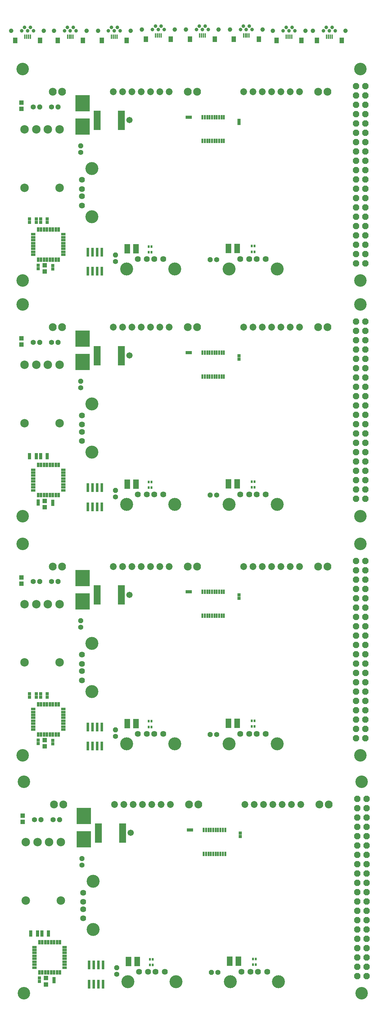
<source format=gts>
G75*
G70*
%OFA0B0*%
%FSLAX24Y24*%
%IPPOS*%
%LPD*%
G04 *
G04 macro definitions for tiled file 'solderStiched.GTS':*
G04 *
%AMOC8*
5,1,8,0,0,1.08239X$1,22.5*
%
G04 *
G04 aperture list for tiled file 'solderStiched.GTS':*
G04 *
%ADD34C,0.0671*%
%ADD33R,0.0780X0.2080*%
%ADD15C,0.0907*%
%ADD26R,0.0316X0.0946*%
%ADD20C,0.0840*%
%ADD28R,0.0631X0.1025*%
%ADD25R,0.0474X0.0257*%
%ADD14C,0.1340*%
%ADD13C,0.0476*%
%ADD16OC8,0.0560*%
%ADD31R,0.1580X0.1749*%
%ADD27R,0.0474X0.0513*%
%ADD29R,0.0336X0.0336*%
%ADD24R,0.0257X0.0474*%
%ADD18R,0.0513X0.0474*%
%ADD21C,0.0640*%
%ADD11R,0.0474X0.0608*%
%ADD30OC8,0.0680*%
%ADD19C,0.0730*%
%ADD22C,0.1390*%
%ADD23R,0.0237X0.0257*%
%ADD32R,0.0198X0.0474*%
%ADD12C,0.0390*%
%ADD10R,0.0178X0.0474*%
%ADD17C,0.0560*%
G04 *
G04 next data from source file './FFC-Adapteranothercopy/top_soldermask.GTS', *
G04 source file key is 'infile_0003'. *
G04 *
D10*
X011515Y120487D03*
X011712Y120487D03*
X011909Y120487D03*
X012105Y120487D03*
D11*
X010475Y120073D03*
X013145Y120073D03*
D12*
X012440Y121117D03*
X012125Y121471D03*
X011810Y121117D03*
X011495Y121471D03*
X011180Y121117D03*
D13*
X010058Y121097D03*
X013562Y121097D03*
G04 *
G04 next data from source file './FFC-Adapter5thcopy/top_soldermask.GTS', *
G04 source file key is 'infile_0010'. *
G04 *
D10*
X020965Y120622D03*
X021162Y120622D03*
X021359Y120622D03*
X021555Y120622D03*
D11*
X019925Y120208D03*
X022595Y120208D03*
D12*
X021890Y121252D03*
X021575Y121606D03*
X021260Y121252D03*
X020945Y121606D03*
X020630Y121252D03*
D13*
X019508Y121232D03*
X023012Y121232D03*
G04 *
G04 next data from source file './BDM/top_soldermask.GTS', *
G04 source file key is 'infile_0008'. *
G04 *
D14*
X001969Y043443D03*
X001969Y066120D03*
X038229Y066120D03*
X038229Y043443D03*
D15*
X005932Y053398D03*
X002182Y053398D03*
X002182Y059648D03*
X003432Y059648D03*
X004682Y059648D03*
X005932Y059648D03*
D16*
X008190Y057887D03*
X005784Y062065D03*
X003815Y062065D03*
X011942Y046183D03*
X022092Y045691D03*
D17*
X022792Y045691D03*
X011942Y045483D03*
X008190Y057187D03*
X005084Y062065D03*
X003115Y062065D03*
D18*
X001839Y061833D03*
X001839Y062502D03*
D19*
X011709Y063683D03*
X012709Y063683D03*
X013709Y063683D03*
X014709Y063683D03*
X015709Y063683D03*
X016709Y063683D03*
X017709Y063683D03*
X025709Y063683D03*
X026709Y063683D03*
X027709Y063683D03*
X028709Y063683D03*
X029709Y063683D03*
X030709Y063683D03*
X031709Y063683D03*
D20*
X033709Y063683D03*
X034709Y063683D03*
X020709Y063683D03*
X019709Y063683D03*
X006209Y063683D03*
X005209Y063683D03*
D21*
X008321Y054239D03*
X008321Y053259D03*
X008321Y052469D03*
X008321Y051489D03*
X014334Y045753D03*
X015314Y045753D03*
X016104Y045753D03*
X017084Y045753D03*
X025334Y045753D03*
X026314Y045753D03*
X027104Y045753D03*
X028084Y045753D03*
D22*
X029294Y044683D03*
X024124Y044683D03*
X018294Y044683D03*
X013124Y044683D03*
X009391Y050279D03*
X009391Y055449D03*
D23*
X015501Y047095D03*
X015816Y047095D03*
X015816Y046484D03*
X015501Y046484D03*
X026564Y046528D03*
X026879Y046528D03*
X026879Y047138D03*
X026564Y047138D03*
D24*
X005839Y045691D03*
X005524Y045691D03*
X005209Y045691D03*
X004895Y045691D03*
X004580Y045691D03*
X004265Y045691D03*
X003950Y045691D03*
X003635Y045691D03*
X003635Y048919D03*
X003950Y048919D03*
X004265Y048919D03*
X004580Y048919D03*
X004895Y048919D03*
X005209Y048919D03*
X005524Y048919D03*
X005839Y048919D03*
D25*
X006332Y048408D03*
X006332Y048093D03*
X006332Y047778D03*
X006332Y047463D03*
X006332Y047148D03*
X006332Y046833D03*
X006332Y046518D03*
X006332Y046203D03*
X003103Y046203D03*
X003103Y046518D03*
X003103Y046833D03*
X003103Y047148D03*
X003103Y047463D03*
X003103Y047778D03*
X003103Y048093D03*
X003103Y048408D03*
D26*
X008959Y046482D03*
X009459Y046482D03*
X009959Y046482D03*
X010459Y046482D03*
X010459Y044435D03*
X009959Y044435D03*
X009459Y044435D03*
X008959Y044435D03*
D27*
X004332Y044408D03*
X004332Y045077D03*
D28*
X013206Y046845D03*
X014150Y046845D03*
X024060Y046884D03*
X025005Y046884D03*
D29*
X025198Y060274D03*
X025198Y060628D03*
X019981Y060963D03*
X019627Y060963D03*
X004607Y050037D03*
X004607Y049683D03*
X003898Y049683D03*
X003898Y050037D03*
X003426Y050037D03*
X003426Y049683D03*
X002717Y049683D03*
X002717Y050037D03*
X003623Y045077D03*
X003623Y044723D03*
X005198Y044683D03*
X005198Y045037D03*
D30*
X037769Y045282D03*
X038769Y045282D03*
X038769Y046282D03*
X038769Y047282D03*
X037769Y047282D03*
X037769Y046282D03*
X037769Y048282D03*
X038769Y048282D03*
X038769Y049282D03*
X038769Y050282D03*
X037769Y050282D03*
X037769Y049282D03*
X037769Y051282D03*
X038769Y051282D03*
X038769Y052282D03*
X037769Y052282D03*
X037769Y053282D03*
X038769Y053282D03*
X038769Y054282D03*
X037769Y054282D03*
X037769Y055282D03*
X038769Y055282D03*
X038769Y056282D03*
X037769Y056282D03*
X037769Y057282D03*
X038769Y057282D03*
X038769Y058282D03*
X037769Y058282D03*
X037769Y059282D03*
X038769Y059282D03*
X038769Y060282D03*
X037769Y060282D03*
X037769Y061282D03*
X038769Y061282D03*
X038769Y062282D03*
X038769Y063282D03*
X037769Y063282D03*
X037769Y062282D03*
X037769Y064282D03*
X038769Y064282D03*
D31*
X008387Y062459D03*
X008387Y059947D03*
D32*
X021280Y060963D03*
X021536Y060963D03*
X021792Y060963D03*
X022048Y060963D03*
X022304Y060963D03*
X022560Y060963D03*
X022816Y060963D03*
X023072Y060963D03*
X023328Y060963D03*
X023584Y060963D03*
X023584Y058404D03*
X023328Y058404D03*
X023072Y058404D03*
X022816Y058404D03*
X022560Y058404D03*
X022304Y058404D03*
X022048Y058404D03*
X021792Y058404D03*
X021536Y058404D03*
X021280Y058404D03*
D33*
X012556Y060632D03*
X009956Y060632D03*
D34*
X013426Y060648D03*
G04 *
G04 next data from source file './BDMcopy/top_soldermask.GTS', *
G04 source file key is 'infile_0007'. *
G04 *
D14*
X001969Y069093D03*
X001969Y091770D03*
X038229Y091770D03*
X038229Y069093D03*
D15*
X005932Y079048D03*
X002182Y079048D03*
X002182Y085298D03*
X003432Y085298D03*
X004682Y085298D03*
X005932Y085298D03*
D16*
X008190Y083537D03*
X005784Y087715D03*
X003815Y087715D03*
X011942Y071833D03*
X022092Y071341D03*
D17*
X022792Y071341D03*
X011942Y071133D03*
X008190Y082837D03*
X005084Y087715D03*
X003115Y087715D03*
D18*
X001839Y087483D03*
X001839Y088152D03*
D19*
X011709Y089333D03*
X012709Y089333D03*
X013709Y089333D03*
X014709Y089333D03*
X015709Y089333D03*
X016709Y089333D03*
X017709Y089333D03*
X025709Y089333D03*
X026709Y089333D03*
X027709Y089333D03*
X028709Y089333D03*
X029709Y089333D03*
X030709Y089333D03*
X031709Y089333D03*
D20*
X033709Y089333D03*
X034709Y089333D03*
X020709Y089333D03*
X019709Y089333D03*
X006209Y089333D03*
X005209Y089333D03*
D21*
X008321Y079889D03*
X008321Y078909D03*
X008321Y078119D03*
X008321Y077139D03*
X014334Y071403D03*
X015314Y071403D03*
X016104Y071403D03*
X017084Y071403D03*
X025334Y071403D03*
X026314Y071403D03*
X027104Y071403D03*
X028084Y071403D03*
D22*
X029294Y070333D03*
X024124Y070333D03*
X018294Y070333D03*
X013124Y070333D03*
X009391Y075929D03*
X009391Y081099D03*
D23*
X015501Y072745D03*
X015816Y072745D03*
X015816Y072134D03*
X015501Y072134D03*
X026564Y072178D03*
X026879Y072178D03*
X026879Y072788D03*
X026564Y072788D03*
D24*
X005839Y071341D03*
X005524Y071341D03*
X005209Y071341D03*
X004895Y071341D03*
X004580Y071341D03*
X004265Y071341D03*
X003950Y071341D03*
X003635Y071341D03*
X003635Y074569D03*
X003950Y074569D03*
X004265Y074569D03*
X004580Y074569D03*
X004895Y074569D03*
X005209Y074569D03*
X005524Y074569D03*
X005839Y074569D03*
D25*
X006332Y074058D03*
X006332Y073743D03*
X006332Y073428D03*
X006332Y073113D03*
X006332Y072798D03*
X006332Y072483D03*
X006332Y072168D03*
X006332Y071853D03*
X003103Y071853D03*
X003103Y072168D03*
X003103Y072483D03*
X003103Y072798D03*
X003103Y073113D03*
X003103Y073428D03*
X003103Y073743D03*
X003103Y074058D03*
D26*
X008959Y072132D03*
X009459Y072132D03*
X009959Y072132D03*
X010459Y072132D03*
X010459Y070085D03*
X009959Y070085D03*
X009459Y070085D03*
X008959Y070085D03*
D27*
X004332Y070058D03*
X004332Y070727D03*
D28*
X013206Y072495D03*
X014150Y072495D03*
X024060Y072534D03*
X025005Y072534D03*
D29*
X025198Y085924D03*
X025198Y086278D03*
X019981Y086613D03*
X019627Y086613D03*
X004607Y075687D03*
X004607Y075333D03*
X003898Y075333D03*
X003898Y075687D03*
X003426Y075687D03*
X003426Y075333D03*
X002717Y075333D03*
X002717Y075687D03*
X003623Y070727D03*
X003623Y070373D03*
X005198Y070333D03*
X005198Y070687D03*
D30*
X037769Y070932D03*
X038769Y070932D03*
X038769Y071932D03*
X038769Y072932D03*
X037769Y072932D03*
X037769Y071932D03*
X037769Y073932D03*
X038769Y073932D03*
X038769Y074932D03*
X038769Y075932D03*
X037769Y075932D03*
X037769Y074932D03*
X037769Y076932D03*
X038769Y076932D03*
X038769Y077932D03*
X037769Y077932D03*
X037769Y078932D03*
X038769Y078932D03*
X038769Y079932D03*
X037769Y079932D03*
X037769Y080932D03*
X038769Y080932D03*
X038769Y081932D03*
X037769Y081932D03*
X037769Y082932D03*
X038769Y082932D03*
X038769Y083932D03*
X037769Y083932D03*
X037769Y084932D03*
X038769Y084932D03*
X038769Y085932D03*
X037769Y085932D03*
X037769Y086932D03*
X038769Y086932D03*
X038769Y087932D03*
X038769Y088932D03*
X037769Y088932D03*
X037769Y087932D03*
X037769Y089932D03*
X038769Y089932D03*
D31*
X008387Y088109D03*
X008387Y085597D03*
D32*
X021280Y086613D03*
X021536Y086613D03*
X021792Y086613D03*
X022048Y086613D03*
X022304Y086613D03*
X022560Y086613D03*
X022816Y086613D03*
X023072Y086613D03*
X023328Y086613D03*
X023584Y086613D03*
X023584Y084054D03*
X023328Y084054D03*
X023072Y084054D03*
X022816Y084054D03*
X022560Y084054D03*
X022304Y084054D03*
X022048Y084054D03*
X021792Y084054D03*
X021536Y084054D03*
X021280Y084054D03*
D33*
X012556Y086282D03*
X009956Y086282D03*
D34*
X013426Y086298D03*
G04 *
G04 next data from source file './FFC-Adapter4thcopy/top_soldermask.GTS', *
G04 source file key is 'infile_0004'. *
G04 *
D10*
X034600Y120487D03*
X034797Y120487D03*
X034994Y120487D03*
X035190Y120487D03*
D11*
X033560Y120073D03*
X036230Y120073D03*
D12*
X035525Y121117D03*
X035210Y121471D03*
X034895Y121117D03*
X034580Y121471D03*
X034265Y121117D03*
D13*
X033143Y121097D03*
X036647Y121097D03*
G04 *
G04 next data from source file './FFC-Adaptercopy/top_soldermask.GTS', *
G04 source file key is 'infile_0012'. *
G04 *
D10*
X016240Y120622D03*
X016437Y120622D03*
X016634Y120622D03*
X016830Y120622D03*
D11*
X015200Y120208D03*
X017870Y120208D03*
D12*
X017165Y121252D03*
X016850Y121606D03*
X016535Y121252D03*
X016220Y121606D03*
X015905Y121252D03*
D13*
X014783Y121232D03*
X018287Y121232D03*
G04 *
G04 next data from source file './FFC-Adapter/top_soldermask.GTS', *
G04 source file key is 'infile_0002'. *
G04 *
D10*
X002200Y120487D03*
X002397Y120487D03*
X002594Y120487D03*
X002790Y120487D03*
D11*
X001160Y120073D03*
X003830Y120073D03*
D12*
X003125Y121117D03*
X002810Y121471D03*
X002495Y121117D03*
X002180Y121471D03*
X001865Y121117D03*
D13*
X000743Y121097D03*
X004247Y121097D03*
G04 *
G04 next data from source file './FFC-Adapter7thcopy/top_soldermask.GTS', *
G04 source file key is 'infile_0005'. *
G04 *
D10*
X030280Y120487D03*
X030477Y120487D03*
X030674Y120487D03*
X030870Y120487D03*
D11*
X029240Y120073D03*
X031910Y120073D03*
D12*
X031205Y121117D03*
X030890Y121471D03*
X030575Y121117D03*
X030260Y121471D03*
X029945Y121117D03*
D13*
X028823Y121097D03*
X032327Y121097D03*
G04 *
G04 next data from source file './BDManothercopy/top_soldermask.GTS', *
G04 source file key is 'infile_0011'. *
G04 *
D14*
X002104Y017928D03*
X002104Y040605D03*
X038364Y040605D03*
X038364Y017928D03*
D15*
X006067Y027883D03*
X002317Y027883D03*
X002317Y034133D03*
X003567Y034133D03*
X004817Y034133D03*
X006067Y034133D03*
D16*
X008325Y032372D03*
X005919Y036550D03*
X003950Y036550D03*
X012077Y020668D03*
X022227Y020176D03*
D17*
X022927Y020176D03*
X012077Y019968D03*
X008325Y031672D03*
X005219Y036550D03*
X003250Y036550D03*
D18*
X001974Y036318D03*
X001974Y036987D03*
D19*
X011844Y038168D03*
X012844Y038168D03*
X013844Y038168D03*
X014844Y038168D03*
X015844Y038168D03*
X016844Y038168D03*
X017844Y038168D03*
X025844Y038168D03*
X026844Y038168D03*
X027844Y038168D03*
X028844Y038168D03*
X029844Y038168D03*
X030844Y038168D03*
X031844Y038168D03*
D20*
X033844Y038168D03*
X034844Y038168D03*
X020844Y038168D03*
X019844Y038168D03*
X006344Y038168D03*
X005344Y038168D03*
D21*
X008456Y028724D03*
X008456Y027744D03*
X008456Y026954D03*
X008456Y025974D03*
X014469Y020238D03*
X015449Y020238D03*
X016239Y020238D03*
X017219Y020238D03*
X025469Y020238D03*
X026449Y020238D03*
X027239Y020238D03*
X028219Y020238D03*
D22*
X029429Y019168D03*
X024259Y019168D03*
X018429Y019168D03*
X013259Y019168D03*
X009526Y024764D03*
X009526Y029934D03*
D23*
X015636Y021580D03*
X015951Y021580D03*
X015951Y020969D03*
X015636Y020969D03*
X026699Y021013D03*
X027014Y021013D03*
X027014Y021623D03*
X026699Y021623D03*
D24*
X005974Y020176D03*
X005659Y020176D03*
X005344Y020176D03*
X005030Y020176D03*
X004715Y020176D03*
X004400Y020176D03*
X004085Y020176D03*
X003770Y020176D03*
X003770Y023404D03*
X004085Y023404D03*
X004400Y023404D03*
X004715Y023404D03*
X005030Y023404D03*
X005344Y023404D03*
X005659Y023404D03*
X005974Y023404D03*
D25*
X006467Y022893D03*
X006467Y022578D03*
X006467Y022263D03*
X006467Y021948D03*
X006467Y021633D03*
X006467Y021318D03*
X006467Y021003D03*
X006467Y020688D03*
X003238Y020688D03*
X003238Y021003D03*
X003238Y021318D03*
X003238Y021633D03*
X003238Y021948D03*
X003238Y022263D03*
X003238Y022578D03*
X003238Y022893D03*
D26*
X009094Y020967D03*
X009594Y020967D03*
X010094Y020967D03*
X010594Y020967D03*
X010594Y018920D03*
X010094Y018920D03*
X009594Y018920D03*
X009094Y018920D03*
D27*
X004467Y018893D03*
X004467Y019562D03*
D28*
X013341Y021330D03*
X014285Y021330D03*
X024195Y021369D03*
X025140Y021369D03*
D29*
X025333Y034759D03*
X025333Y035113D03*
X020116Y035448D03*
X019762Y035448D03*
X004742Y024522D03*
X004742Y024168D03*
X004033Y024168D03*
X004033Y024522D03*
X003561Y024522D03*
X003561Y024168D03*
X002852Y024168D03*
X002852Y024522D03*
X003758Y019562D03*
X003758Y019208D03*
X005333Y019168D03*
X005333Y019522D03*
D30*
X037904Y019767D03*
X038904Y019767D03*
X038904Y020767D03*
X038904Y021767D03*
X037904Y021767D03*
X037904Y020767D03*
X037904Y022767D03*
X038904Y022767D03*
X038904Y023767D03*
X038904Y024767D03*
X037904Y024767D03*
X037904Y023767D03*
X037904Y025767D03*
X038904Y025767D03*
X038904Y026767D03*
X037904Y026767D03*
X037904Y027767D03*
X038904Y027767D03*
X038904Y028767D03*
X037904Y028767D03*
X037904Y029767D03*
X038904Y029767D03*
X038904Y030767D03*
X037904Y030767D03*
X037904Y031767D03*
X038904Y031767D03*
X038904Y032767D03*
X037904Y032767D03*
X037904Y033767D03*
X038904Y033767D03*
X038904Y034767D03*
X037904Y034767D03*
X037904Y035767D03*
X038904Y035767D03*
X038904Y036767D03*
X038904Y037767D03*
X037904Y037767D03*
X037904Y036767D03*
X037904Y038767D03*
X038904Y038767D03*
D31*
X008522Y036944D03*
X008522Y034432D03*
D32*
X021415Y035448D03*
X021671Y035448D03*
X021927Y035448D03*
X022183Y035448D03*
X022439Y035448D03*
X022695Y035448D03*
X022951Y035448D03*
X023207Y035448D03*
X023463Y035448D03*
X023719Y035448D03*
X023719Y032889D03*
X023463Y032889D03*
X023207Y032889D03*
X022951Y032889D03*
X022695Y032889D03*
X022439Y032889D03*
X022183Y032889D03*
X021927Y032889D03*
X021671Y032889D03*
X021415Y032889D03*
D33*
X012691Y035117D03*
X010091Y035117D03*
D34*
X013561Y035133D03*
G04 *
G04 next data from source file './FFC-Adapter3rdcopy/top_soldermask.GTS', *
G04 source file key is 'infile_0009'. *
G04 *
D10*
X025690Y120622D03*
X025887Y120622D03*
X026084Y120622D03*
X026280Y120622D03*
D11*
X024650Y120208D03*
X027320Y120208D03*
D12*
X026615Y121252D03*
X026300Y121606D03*
X025985Y121252D03*
X025670Y121606D03*
X025355Y121252D03*
D13*
X024233Y121232D03*
X027737Y121232D03*
G04 *
G04 next data from source file './FFC-Adapter6thcopy/top_soldermask.GTS', *
G04 source file key is 'infile_0006'. *
G04 *
D10*
X006790Y120487D03*
X006987Y120487D03*
X007184Y120487D03*
X007380Y120487D03*
D11*
X005750Y120073D03*
X008420Y120073D03*
D12*
X007715Y121117D03*
X007400Y121471D03*
X007085Y121117D03*
X006770Y121471D03*
X006455Y121117D03*
D13*
X005333Y121097D03*
X008837Y121097D03*
G04 *
G04 next data from source file './BDM3rdcopy/top_soldermask.GTS', *
G04 source file key is 'infile_0001'. *
G04 *
D14*
X001969Y094338D03*
X001969Y117015D03*
X038229Y117015D03*
X038229Y094338D03*
D15*
X005932Y104293D03*
X002182Y104293D03*
X002182Y110543D03*
X003432Y110543D03*
X004682Y110543D03*
X005932Y110543D03*
D16*
X008190Y108782D03*
X005784Y112960D03*
X003815Y112960D03*
X011942Y097078D03*
X022092Y096586D03*
D17*
X022792Y096586D03*
X011942Y096378D03*
X008190Y108082D03*
X005084Y112960D03*
X003115Y112960D03*
D18*
X001839Y112728D03*
X001839Y113397D03*
D19*
X011709Y114578D03*
X012709Y114578D03*
X013709Y114578D03*
X014709Y114578D03*
X015709Y114578D03*
X016709Y114578D03*
X017709Y114578D03*
X025709Y114578D03*
X026709Y114578D03*
X027709Y114578D03*
X028709Y114578D03*
X029709Y114578D03*
X030709Y114578D03*
X031709Y114578D03*
D20*
X033709Y114578D03*
X034709Y114578D03*
X020709Y114578D03*
X019709Y114578D03*
X006209Y114578D03*
X005209Y114578D03*
D21*
X008321Y105134D03*
X008321Y104154D03*
X008321Y103364D03*
X008321Y102384D03*
X014334Y096648D03*
X015314Y096648D03*
X016104Y096648D03*
X017084Y096648D03*
X025334Y096648D03*
X026314Y096648D03*
X027104Y096648D03*
X028084Y096648D03*
D22*
X029294Y095578D03*
X024124Y095578D03*
X018294Y095578D03*
X013124Y095578D03*
X009391Y101174D03*
X009391Y106344D03*
D23*
X015501Y097990D03*
X015816Y097990D03*
X015816Y097379D03*
X015501Y097379D03*
X026564Y097423D03*
X026879Y097423D03*
X026879Y098033D03*
X026564Y098033D03*
D24*
X005839Y096586D03*
X005524Y096586D03*
X005209Y096586D03*
X004895Y096586D03*
X004580Y096586D03*
X004265Y096586D03*
X003950Y096586D03*
X003635Y096586D03*
X003635Y099814D03*
X003950Y099814D03*
X004265Y099814D03*
X004580Y099814D03*
X004895Y099814D03*
X005209Y099814D03*
X005524Y099814D03*
X005839Y099814D03*
D25*
X006332Y099303D03*
X006332Y098988D03*
X006332Y098673D03*
X006332Y098358D03*
X006332Y098043D03*
X006332Y097728D03*
X006332Y097413D03*
X006332Y097098D03*
X003103Y097098D03*
X003103Y097413D03*
X003103Y097728D03*
X003103Y098043D03*
X003103Y098358D03*
X003103Y098673D03*
X003103Y098988D03*
X003103Y099303D03*
D26*
X008959Y097377D03*
X009459Y097377D03*
X009959Y097377D03*
X010459Y097377D03*
X010459Y095330D03*
X009959Y095330D03*
X009459Y095330D03*
X008959Y095330D03*
D27*
X004332Y095303D03*
X004332Y095972D03*
D28*
X013206Y097740D03*
X014150Y097740D03*
X024060Y097779D03*
X025005Y097779D03*
D29*
X025198Y111169D03*
X025198Y111523D03*
X019981Y111858D03*
X019627Y111858D03*
X004607Y100932D03*
X004607Y100578D03*
X003898Y100578D03*
X003898Y100932D03*
X003426Y100932D03*
X003426Y100578D03*
X002717Y100578D03*
X002717Y100932D03*
X003623Y095972D03*
X003623Y095618D03*
X005198Y095578D03*
X005198Y095932D03*
D30*
X037769Y096177D03*
X038769Y096177D03*
X038769Y097177D03*
X038769Y098177D03*
X037769Y098177D03*
X037769Y097177D03*
X037769Y099177D03*
X038769Y099177D03*
X038769Y100177D03*
X038769Y101177D03*
X037769Y101177D03*
X037769Y100177D03*
X037769Y102177D03*
X038769Y102177D03*
X038769Y103177D03*
X037769Y103177D03*
X037769Y104177D03*
X038769Y104177D03*
X038769Y105177D03*
X037769Y105177D03*
X037769Y106177D03*
X038769Y106177D03*
X038769Y107177D03*
X037769Y107177D03*
X037769Y108177D03*
X038769Y108177D03*
X038769Y109177D03*
X037769Y109177D03*
X037769Y110177D03*
X038769Y110177D03*
X038769Y111177D03*
X037769Y111177D03*
X037769Y112177D03*
X038769Y112177D03*
X038769Y113177D03*
X038769Y114177D03*
X037769Y114177D03*
X037769Y113177D03*
X037769Y115177D03*
X038769Y115177D03*
D31*
X008387Y113354D03*
X008387Y110842D03*
D32*
X021280Y111858D03*
X021536Y111858D03*
X021792Y111858D03*
X022048Y111858D03*
X022304Y111858D03*
X022560Y111858D03*
X022816Y111858D03*
X023072Y111858D03*
X023328Y111858D03*
X023584Y111858D03*
X023584Y109299D03*
X023328Y109299D03*
X023072Y109299D03*
X022816Y109299D03*
X022560Y109299D03*
X022304Y109299D03*
X022048Y109299D03*
X021792Y109299D03*
X021536Y109299D03*
X021280Y109299D03*
D33*
X012556Y111527D03*
X009956Y111527D03*
D34*
X013426Y111543D03*
M02*

</source>
